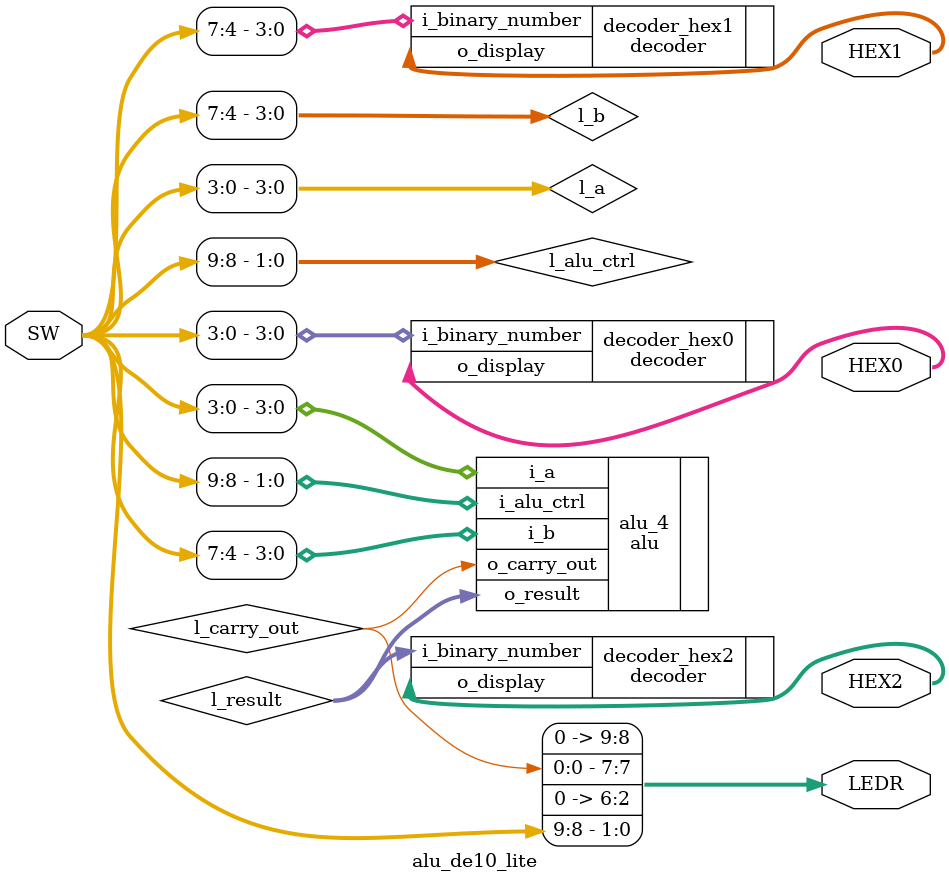
<source format=sv>
/**
 * Top-level module of the basic alu.
 * The alu operates on the 4-bit binary numbers in SW[3:0] and SW[7:4].
 * The two input numbers are shown on displays HEX0 and HEX1.
 * The control signal is shown using LEDR1 and LEDR0.
 * The result is shown on display HEX2.
 * The carry out is shown via LEDR7.
 *
 * @param SW bits of ten switch buttons SW9 - SW0.
 * @param LEDR output bits corresponding to the board's ten leds LEDR9 - LEDR0.
 * @param HEX0 output bits which drive the seven-segment display HEX0.
 * @param HEX1 output bits which drive the seven-segment display HEX1.
 * @param HEX2 output bits which drive the seven-segment display HEX2.
 **/
module alu_de10_lite( 
    input  logic [9:0] SW,
    output logic [9:0] LEDR,
    output logic [6:0] HEX0,
    output logic [6:0] HEX1,
    output logic [6:0] HEX2 
);
    logic [1:0] l_alu_ctrl;
    logic [3:0] l_a;
    logic [3:0] l_b;
    logic [3:0] l_result;
    logic       l_carry_out;

    assign l_alu_ctrl = SW[9:8];
    assign l_a        = SW[3:0];
    assign l_b        = SW[7:4];

    alu #(.N(4)) alu_4( 
        .i_a        (l_a),
        .i_b        (l_b),
        .i_alu_ctrl (l_alu_ctrl),
        .o_result   (l_result),
        .o_carry_out(l_carry_out)
    );

    decoder decoder_hex0( 
        .i_binary_number    (l_a),
        .o_display(HEX0)
    );

    decoder decoder_hex1( 
        .i_binary_number    (l_b),
        .o_display(HEX1)
    );

    decoder decoder_hex2( 
        .i_binary_number    (l_result),
        .o_display(HEX2)
    );

    // Wire LEDs
    assign LEDR[0]   = l_alu_ctrl[0];  // Control bit 0
    assign LEDR[1]   = l_alu_ctrl[1];  // Control bit 1
    assign LEDR[6:2] = 5'b0;           // Unused LEDs
    assign LEDR[7]   = l_carry_out;    // Carry out
    assign LEDR[9:8] = 2'b0;           // Unused LEDs

endmodule
</source>
